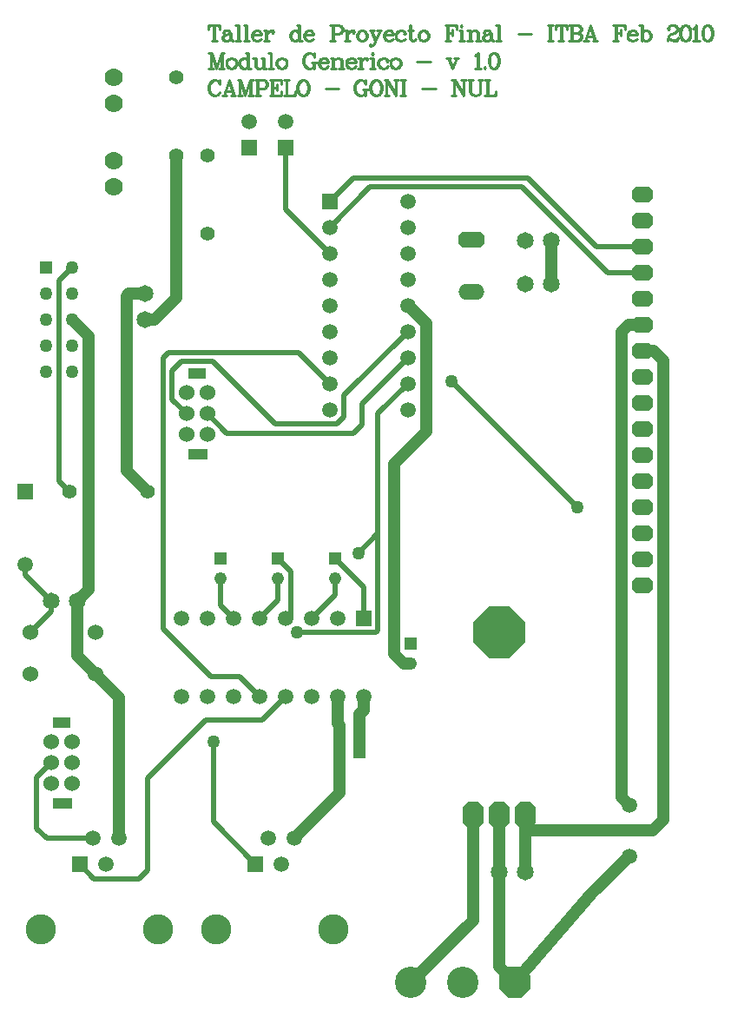
<source format=gtl>
%FSLAX23Y23*%
%MOIN*%
G70*
G01*
G75*
G04 Layer_Physical_Order=1*
G04 Layer_Color=255*
%ADD10C,0.020*%
%ADD11C,0.047*%
%ADD12C,0.010*%
%ADD13C,0.120*%
%ADD14P,0.130X8X202.5*%
%ADD15C,0.070*%
%ADD16C,0.055*%
%ADD17C,0.060*%
G04:AMPARAMS|DCode=18|XSize=80mil|YSize=100mil|CornerRadius=0mil|HoleSize=0mil|Usage=FLASHONLY|Rotation=0.000|XOffset=0mil|YOffset=0mil|HoleType=Round|Shape=Octagon|*
%AMOCTAGOND18*
4,1,8,-0.020,0.050,0.020,0.050,0.040,0.030,0.040,-0.030,0.020,-0.050,-0.020,-0.050,-0.040,-0.030,-0.040,0.030,-0.020,0.050,0.0*
%
%ADD18OCTAGOND18*%

%ADD19P,0.213X8X22.5*%
%ADD20R,0.059X0.059*%
%ADD21C,0.059*%
%ADD22R,0.059X0.059*%
%ADD23C,0.059*%
%ADD24C,0.116*%
%ADD25R,0.059X0.059*%
%ADD26C,0.065*%
%ADD27C,0.049*%
%ADD28R,0.049X0.049*%
%ADD29R,0.049X0.049*%
%ADD30C,0.050*%
%ADD31R,0.050X0.050*%
G04:AMPARAMS|DCode=32|XSize=80mil|YSize=60mil|CornerRadius=0mil|HoleSize=0mil|Usage=FLASHONLY|Rotation=0.000|XOffset=0mil|YOffset=0mil|HoleType=Round|Shape=Octagon|*
%AMOCTAGOND32*
4,1,8,0.040,-0.015,0.040,0.015,0.025,0.030,-0.025,0.030,-0.040,0.015,-0.040,-0.015,-0.025,-0.030,0.025,-0.030,0.040,-0.015,0.0*
%
%ADD32OCTAGOND32*%

%ADD33O,0.100X0.060*%
G04:AMPARAMS|DCode=34|XSize=100mil|YSize=60mil|CornerRadius=0mil|HoleSize=0mil|Usage=FLASHONLY|Rotation=0.000|XOffset=0mil|YOffset=0mil|HoleType=Round|Shape=Octagon|*
%AMOCTAGOND34*
4,1,8,0.050,-0.015,0.050,0.015,0.035,0.030,-0.035,0.030,-0.050,0.015,-0.050,-0.015,-0.035,-0.030,0.035,-0.030,0.050,-0.015,0.0*
%
%ADD34OCTAGOND34*%

%ADD35R,0.070X0.040*%
%ADD36R,0.075X0.040*%
D10*
X2495Y3020D02*
Y3480D01*
Y2648D02*
Y3020D01*
X2420Y2945D02*
X2495Y3020D01*
X2160Y2695D02*
Y2874D01*
X2495Y3480D02*
X2610Y3595D01*
X2495Y3020D02*
Y3480D01*
X2487Y2640D02*
X2495Y2648D01*
X2185Y2640D02*
X2487D01*
X2776Y3604D02*
X3260Y3120D01*
X1965Y2470D02*
X2040Y2395D01*
X1855Y2470D02*
X1965D01*
X1670Y2655D02*
X1855Y2470D01*
X1670Y2655D02*
Y3695D01*
X1690Y3715D01*
X2190D01*
X2310Y3595D01*
X1890Y2745D02*
Y2846D01*
Y2745D02*
X1940Y2695D01*
X2110Y2765D02*
Y2846D01*
X2040Y2695D02*
X2110Y2765D01*
X1240Y2720D02*
Y2760D01*
X1160Y2640D02*
X1240Y2720D01*
X1705Y3535D02*
X1760Y3480D01*
X1705Y3535D02*
Y3645D01*
X1740Y3680D01*
X1860D01*
X2100Y3440D01*
X2336D01*
X2365Y3469D01*
Y3550D01*
X2610Y3795D01*
X2433Y3518D02*
X2610Y3695D01*
X2433Y3439D02*
Y3518D01*
X2400Y3405D02*
X2433Y3439D01*
X1915Y3405D02*
X2400D01*
X1840Y3480D02*
X1915Y3405D01*
X3378Y4020D02*
X3510D01*
X3048Y4350D02*
X3378Y4020D01*
X2465Y4350D02*
X3048D01*
X2310Y4195D02*
X2465Y4350D01*
X2310Y4295D02*
X2400Y4385D01*
X3070D01*
X3335Y4120D01*
X3510D01*
X2050Y2305D02*
X2140Y2395D01*
X1833Y2305D02*
X2050D01*
X1609Y2081D02*
X1833Y2305D01*
X1609Y1728D02*
Y2081D01*
X1576Y1695D02*
X1609Y1728D01*
X1405Y1695D02*
X1576D01*
X1350Y1750D02*
X1405Y1695D01*
X1862Y1915D02*
X2025Y1752D01*
X1862Y1915D02*
Y2220D01*
X2240Y2695D02*
X2330Y2785D01*
Y2846D01*
X1223Y1850D02*
X1400D01*
X1185Y1888D02*
X1223Y1850D01*
X1185Y1888D02*
Y2085D01*
X1240Y2140D01*
X2330Y2924D02*
X2440Y2814D01*
Y2695D02*
Y2814D01*
X2140Y4265D02*
Y4500D01*
Y4265D02*
X2310Y4095D01*
X2140Y2695D02*
X2160D01*
X2110Y2924D02*
X2160Y2874D01*
X1140Y2860D02*
Y2900D01*
Y2860D02*
X1240Y2760D01*
X1270Y3220D02*
X1310Y3180D01*
X1270Y3220D02*
Y3990D01*
X1320Y4040D01*
D11*
X3060Y1881D02*
X3550D01*
X3060D02*
Y1940D01*
Y1830D02*
Y1881D01*
X3160Y4017D02*
Y4145D01*
X3160Y3977D02*
X3160Y4017D01*
X1720Y3923D02*
Y4470D01*
X1637Y3840D02*
X1720Y3923D01*
X1600Y3840D02*
X1637D01*
X3318Y1640D02*
X3460Y1782D01*
X3020Y1296D02*
X3318Y1640D01*
X2960Y1356D02*
Y1720D01*
Y1356D02*
X3020Y1296D01*
X1320Y3840D02*
X1384Y3776D01*
Y2804D02*
Y3776D01*
X1340Y2760D02*
X1384Y2804D01*
X1340Y2550D02*
X1410Y2480D01*
X1340Y2550D02*
Y2760D01*
X1500Y1850D02*
Y2390D01*
X1410Y2480D02*
X1500Y2390D01*
X3456Y3820D02*
X3510D01*
X3431Y3795D02*
X3456Y3820D01*
X3431Y2007D02*
Y3795D01*
Y2007D02*
X3460Y1978D01*
X2424Y2180D02*
Y2326D01*
X2440Y2341D01*
Y2395D01*
X3060Y1881D02*
Y1940D01*
X3550Y1881D02*
X3589Y1920D01*
Y3683D01*
X3552Y3720D02*
X3589Y3683D01*
X3510Y3720D02*
X3552D01*
X2175Y1852D02*
X2346Y2023D01*
Y2180D01*
X2860Y1535D02*
Y1940D01*
X2621Y1296D02*
X2860Y1535D01*
X1529Y3261D02*
X1610Y3180D01*
X1529Y3261D02*
Y3931D01*
X1538Y3940D01*
X1600D01*
X2610Y3895D02*
X2679Y3826D01*
Y3412D02*
Y3826D01*
X2556Y3289D02*
X2679Y3412D01*
X2556Y2557D02*
Y3289D01*
Y2557D02*
X2592Y2521D01*
X2620D01*
X2960Y1830D02*
Y1940D01*
X2960Y1830D02*
X2960Y1830D01*
X2960Y1720D02*
Y1830D01*
X2340Y2290D02*
Y2395D01*
Y2290D02*
X2346Y2284D01*
Y2180D02*
Y2284D01*
X3060Y1830D02*
X3060Y1830D01*
X3060Y1720D02*
Y1830D01*
D12*
X1865Y4970D02*
Y4910D01*
X1868Y4970D02*
Y4910D01*
X1848Y4970D02*
X1845Y4953D01*
Y4970D01*
X1888D01*
Y4953D01*
X1885Y4970D01*
X1856Y4910D02*
X1876D01*
X1902Y4944D02*
Y4941D01*
X1899D01*
Y4944D01*
X1902Y4947D01*
X1908Y4950D01*
X1919D01*
X1925Y4947D01*
X1928Y4944D01*
X1931Y4939D01*
Y4919D01*
X1934Y4913D01*
X1936Y4910D01*
X1928Y4944D02*
Y4919D01*
X1931Y4913D01*
X1936Y4910D01*
X1939D01*
X1928Y4939D02*
X1925Y4936D01*
X1908Y4933D01*
X1899Y4930D01*
X1896Y4924D01*
Y4919D01*
X1899Y4913D01*
X1908Y4910D01*
X1916D01*
X1922Y4913D01*
X1928Y4919D01*
X1908Y4933D02*
X1902Y4930D01*
X1899Y4924D01*
Y4919D01*
X1902Y4913D01*
X1908Y4910D01*
X1956Y4970D02*
Y4910D01*
X1959Y4970D02*
Y4910D01*
X1948Y4970D02*
X1959D01*
X1948Y4910D02*
X1968D01*
X1987Y4970D02*
Y4910D01*
X1990Y4970D02*
Y4910D01*
X1979Y4970D02*
X1990D01*
X1979Y4910D02*
X1999D01*
X2012Y4933D02*
X2047D01*
Y4939D01*
X2044Y4944D01*
X2041Y4947D01*
X2035Y4950D01*
X2027D01*
X2018Y4947D01*
X2012Y4941D01*
X2010Y4933D01*
Y4927D01*
X2012Y4919D01*
X2018Y4913D01*
X2027Y4910D01*
X2032D01*
X2041Y4913D01*
X2047Y4919D01*
X2044Y4933D02*
Y4941D01*
X2041Y4947D01*
X2027Y4950D02*
X2021Y4947D01*
X2015Y4941D01*
X2012Y4933D01*
Y4927D01*
X2015Y4919D01*
X2021Y4913D01*
X2027Y4910D01*
X2064Y4950D02*
Y4910D01*
X2067Y4950D02*
Y4910D01*
Y4933D02*
X2070Y4941D01*
X2076Y4947D01*
X2082Y4950D01*
X2090D01*
X2093Y4947D01*
Y4944D01*
X2090Y4941D01*
X2087Y4944D01*
X2090Y4947D01*
X2056Y4950D02*
X2067D01*
X2056Y4910D02*
X2076D01*
X2190Y4970D02*
Y4910D01*
X2193Y4970D02*
Y4910D01*
X2190Y4941D02*
X2185Y4947D01*
X2179Y4950D01*
X2173D01*
X2165Y4947D01*
X2159Y4941D01*
X2156Y4933D01*
Y4927D01*
X2159Y4919D01*
X2165Y4913D01*
X2173Y4910D01*
X2179D01*
X2185Y4913D01*
X2190Y4919D01*
X2173Y4950D02*
X2168Y4947D01*
X2162Y4941D01*
X2159Y4933D01*
Y4927D01*
X2162Y4919D01*
X2168Y4913D01*
X2173Y4910D01*
X2182Y4970D02*
X2193D01*
X2190Y4910D02*
X2202D01*
X2213Y4933D02*
X2247D01*
Y4939D01*
X2244Y4944D01*
X2241Y4947D01*
X2236Y4950D01*
X2227D01*
X2219Y4947D01*
X2213Y4941D01*
X2210Y4933D01*
Y4927D01*
X2213Y4919D01*
X2219Y4913D01*
X2227Y4910D01*
X2233D01*
X2241Y4913D01*
X2247Y4919D01*
X2244Y4933D02*
Y4941D01*
X2241Y4947D01*
X2227Y4950D02*
X2221Y4947D01*
X2216Y4941D01*
X2213Y4933D01*
Y4927D01*
X2216Y4919D01*
X2221Y4913D01*
X2227Y4910D01*
X2319Y4970D02*
Y4910D01*
X2322Y4970D02*
Y4910D01*
X2310Y4970D02*
X2345D01*
X2353Y4967D01*
X2356Y4964D01*
X2359Y4959D01*
Y4950D01*
X2356Y4944D01*
X2353Y4941D01*
X2345Y4939D01*
X2322D01*
X2345Y4970D02*
X2350Y4967D01*
X2353Y4964D01*
X2356Y4959D01*
Y4950D01*
X2353Y4944D01*
X2350Y4941D01*
X2345Y4939D01*
X2310Y4910D02*
X2330D01*
X2375Y4950D02*
Y4910D01*
X2378Y4950D02*
Y4910D01*
Y4933D02*
X2381Y4941D01*
X2387Y4947D01*
X2393Y4950D01*
X2401D01*
X2404Y4947D01*
Y4944D01*
X2401Y4941D01*
X2398Y4944D01*
X2401Y4947D01*
X2367Y4950D02*
X2378D01*
X2367Y4910D02*
X2387D01*
X2430Y4950D02*
X2422Y4947D01*
X2416Y4941D01*
X2413Y4933D01*
Y4927D01*
X2416Y4919D01*
X2422Y4913D01*
X2430Y4910D01*
X2436D01*
X2445Y4913D01*
X2450Y4919D01*
X2453Y4927D01*
Y4933D01*
X2450Y4941D01*
X2445Y4947D01*
X2436Y4950D01*
X2430D01*
X2425Y4947D01*
X2419Y4941D01*
X2416Y4933D01*
Y4927D01*
X2419Y4919D01*
X2425Y4913D01*
X2430Y4910D01*
X2436D02*
X2442Y4913D01*
X2447Y4919D01*
X2450Y4927D01*
Y4933D01*
X2447Y4941D01*
X2442Y4947D01*
X2436Y4950D01*
X2468D02*
X2485Y4910D01*
X2471Y4950D02*
X2485Y4916D01*
X2502Y4950D02*
X2485Y4910D01*
X2479Y4899D01*
X2473Y4893D01*
X2468Y4890D01*
X2465D01*
X2462Y4893D01*
X2465Y4896D01*
X2468Y4893D01*
X2462Y4950D02*
X2479D01*
X2491D02*
X2508D01*
X2519Y4933D02*
X2553D01*
Y4939D01*
X2550Y4944D01*
X2547Y4947D01*
X2542Y4950D01*
X2533D01*
X2525Y4947D01*
X2519Y4941D01*
X2516Y4933D01*
Y4927D01*
X2519Y4919D01*
X2525Y4913D01*
X2533Y4910D01*
X2539D01*
X2547Y4913D01*
X2553Y4919D01*
X2550Y4933D02*
Y4941D01*
X2547Y4947D01*
X2533Y4950D02*
X2527Y4947D01*
X2522Y4941D01*
X2519Y4933D01*
Y4927D01*
X2522Y4919D01*
X2527Y4913D01*
X2533Y4910D01*
X2597Y4941D02*
X2594Y4939D01*
X2597Y4936D01*
X2599Y4939D01*
Y4941D01*
X2594Y4947D01*
X2588Y4950D01*
X2579D01*
X2571Y4947D01*
X2565Y4941D01*
X2562Y4933D01*
Y4927D01*
X2565Y4919D01*
X2571Y4913D01*
X2579Y4910D01*
X2585D01*
X2594Y4913D01*
X2599Y4919D01*
X2579Y4950D02*
X2574Y4947D01*
X2568Y4941D01*
X2565Y4933D01*
Y4927D01*
X2568Y4919D01*
X2574Y4913D01*
X2579Y4910D01*
X2626D02*
X2623Y4913D01*
X2620Y4921D01*
Y4970D01*
X2617D01*
Y4921D01*
X2620Y4913D01*
X2626Y4910D01*
X2631D01*
X2637Y4913D01*
X2640Y4919D01*
X2609Y4950D02*
X2631D01*
X2667D02*
X2658Y4947D01*
X2653Y4941D01*
X2650Y4933D01*
Y4927D01*
X2653Y4919D01*
X2658Y4913D01*
X2667Y4910D01*
X2673D01*
X2681Y4913D01*
X2687Y4919D01*
X2690Y4927D01*
Y4933D01*
X2687Y4941D01*
X2681Y4947D01*
X2673Y4950D01*
X2667D01*
X2661Y4947D01*
X2655Y4941D01*
X2653Y4933D01*
Y4927D01*
X2655Y4919D01*
X2661Y4913D01*
X2667Y4910D01*
X2673D02*
X2678Y4913D01*
X2684Y4919D01*
X2687Y4927D01*
Y4933D01*
X2684Y4941D01*
X2678Y4947D01*
X2673Y4950D01*
X2761Y4970D02*
Y4910D01*
X2764Y4970D02*
Y4910D01*
X2781Y4953D02*
Y4930D01*
X2753Y4970D02*
X2798D01*
Y4953D01*
X2795Y4970D01*
X2764Y4941D02*
X2781D01*
X2753Y4910D02*
X2773D01*
X2815Y4970D02*
X2812Y4967D01*
X2815Y4964D01*
X2818Y4967D01*
X2815Y4970D01*
Y4950D02*
Y4910D01*
X2818Y4950D02*
Y4910D01*
X2807Y4950D02*
X2818D01*
X2807Y4910D02*
X2827D01*
X2846Y4950D02*
Y4910D01*
X2849Y4950D02*
Y4910D01*
Y4941D02*
X2854Y4947D01*
X2863Y4950D01*
X2869D01*
X2877Y4947D01*
X2880Y4941D01*
Y4910D01*
X2869Y4950D02*
X2874Y4947D01*
X2877Y4941D01*
Y4910D01*
X2837Y4950D02*
X2849D01*
X2837Y4910D02*
X2857D01*
X2869D02*
X2889D01*
X2902Y4944D02*
Y4941D01*
X2899D01*
Y4944D01*
X2902Y4947D01*
X2908Y4950D01*
X2919D01*
X2925Y4947D01*
X2928Y4944D01*
X2931Y4939D01*
Y4919D01*
X2934Y4913D01*
X2936Y4910D01*
X2928Y4944D02*
Y4919D01*
X2931Y4913D01*
X2936Y4910D01*
X2939D01*
X2928Y4939D02*
X2925Y4936D01*
X2908Y4933D01*
X2899Y4930D01*
X2896Y4924D01*
Y4919D01*
X2899Y4913D01*
X2908Y4910D01*
X2916D01*
X2922Y4913D01*
X2928Y4919D01*
X2908Y4933D02*
X2902Y4930D01*
X2899Y4924D01*
Y4919D01*
X2902Y4913D01*
X2908Y4910D01*
X2956Y4970D02*
Y4910D01*
X2959Y4970D02*
Y4910D01*
X2948Y4970D02*
X2959D01*
X2948Y4910D02*
X2968D01*
X3033Y4936D02*
X3084D01*
X3154Y4970D02*
Y4910D01*
X3157Y4970D02*
Y4910D01*
X3146Y4970D02*
X3166D01*
X3146Y4910D02*
X3166D01*
X3197Y4970D02*
Y4910D01*
X3200Y4970D02*
Y4910D01*
X3180Y4970D02*
X3177Y4953D01*
Y4970D01*
X3220D01*
Y4953D01*
X3217Y4970D01*
X3188Y4910D02*
X3208D01*
X3237Y4970D02*
Y4910D01*
X3240Y4970D02*
Y4910D01*
X3228Y4970D02*
X3262D01*
X3271Y4967D01*
X3274Y4964D01*
X3277Y4959D01*
Y4953D01*
X3274Y4947D01*
X3271Y4944D01*
X3262Y4941D01*
Y4970D02*
X3268Y4967D01*
X3271Y4964D01*
X3274Y4959D01*
Y4953D01*
X3271Y4947D01*
X3268Y4944D01*
X3262Y4941D01*
X3240D02*
X3262D01*
X3271Y4939D01*
X3274Y4936D01*
X3277Y4930D01*
Y4921D01*
X3274Y4916D01*
X3271Y4913D01*
X3262Y4910D01*
X3228D01*
X3262Y4941D02*
X3268Y4939D01*
X3271Y4936D01*
X3274Y4930D01*
Y4921D01*
X3271Y4916D01*
X3268Y4913D01*
X3262Y4910D01*
X3310Y4970D02*
X3290Y4910D01*
X3310Y4970D02*
X3330Y4910D01*
X3310Y4961D02*
X3328Y4910D01*
X3296Y4927D02*
X3322D01*
X3285Y4910D02*
X3302D01*
X3319D02*
X3336D01*
X3406Y4970D02*
Y4910D01*
X3409Y4970D02*
Y4910D01*
X3426Y4953D02*
Y4930D01*
X3398Y4970D02*
X3444D01*
Y4953D01*
X3441Y4970D01*
X3409Y4941D02*
X3426D01*
X3398Y4910D02*
X3418D01*
X3455Y4933D02*
X3489D01*
Y4939D01*
X3486Y4944D01*
X3483Y4947D01*
X3478Y4950D01*
X3469D01*
X3460Y4947D01*
X3455Y4941D01*
X3452Y4933D01*
Y4927D01*
X3455Y4919D01*
X3460Y4913D01*
X3469Y4910D01*
X3475D01*
X3483Y4913D01*
X3489Y4919D01*
X3486Y4933D02*
Y4941D01*
X3483Y4947D01*
X3469Y4950D02*
X3463Y4947D01*
X3458Y4941D01*
X3455Y4933D01*
Y4927D01*
X3458Y4919D01*
X3463Y4913D01*
X3469Y4910D01*
X3507Y4970D02*
Y4910D01*
X3510Y4970D02*
Y4910D01*
Y4941D02*
X3515Y4947D01*
X3521Y4950D01*
X3527D01*
X3535Y4947D01*
X3541Y4941D01*
X3544Y4933D01*
Y4927D01*
X3541Y4919D01*
X3535Y4913D01*
X3527Y4910D01*
X3521D01*
X3515Y4913D01*
X3510Y4919D01*
X3527Y4950D02*
X3532Y4947D01*
X3538Y4941D01*
X3541Y4933D01*
Y4927D01*
X3538Y4919D01*
X3532Y4913D01*
X3527Y4910D01*
X3498Y4970D02*
X3510D01*
X3609Y4959D02*
X3612Y4956D01*
X3609Y4953D01*
X3606Y4956D01*
Y4959D01*
X3609Y4964D01*
X3612Y4967D01*
X3620Y4970D01*
X3632D01*
X3640Y4967D01*
X3643Y4964D01*
X3646Y4959D01*
Y4953D01*
X3643Y4947D01*
X3635Y4941D01*
X3620Y4936D01*
X3615Y4933D01*
X3609Y4927D01*
X3606Y4919D01*
Y4910D01*
X3632Y4970D02*
X3637Y4967D01*
X3640Y4964D01*
X3643Y4959D01*
Y4953D01*
X3640Y4947D01*
X3632Y4941D01*
X3620Y4936D01*
X3606Y4916D02*
X3609Y4919D01*
X3615D01*
X3629Y4913D01*
X3637D01*
X3643Y4916D01*
X3646Y4919D01*
Y4924D01*
X3615Y4919D02*
X3629Y4910D01*
X3640D01*
X3643Y4913D01*
X3646Y4919D01*
X3672Y4970D02*
X3663Y4967D01*
X3658Y4959D01*
X3655Y4944D01*
Y4936D01*
X3658Y4921D01*
X3663Y4913D01*
X3672Y4910D01*
X3678D01*
X3686Y4913D01*
X3692Y4921D01*
X3695Y4936D01*
Y4944D01*
X3692Y4959D01*
X3686Y4967D01*
X3678Y4970D01*
X3672D01*
X3666Y4967D01*
X3663Y4964D01*
X3661Y4959D01*
X3658Y4944D01*
Y4936D01*
X3661Y4921D01*
X3663Y4916D01*
X3666Y4913D01*
X3672Y4910D01*
X3678D02*
X3683Y4913D01*
X3686Y4916D01*
X3689Y4921D01*
X3692Y4936D01*
Y4944D01*
X3689Y4959D01*
X3686Y4964D01*
X3683Y4967D01*
X3678Y4970D01*
X3704Y4959D02*
X3709Y4961D01*
X3718Y4970D01*
Y4910D01*
X3715Y4967D02*
Y4910D01*
X3704D02*
X3729D01*
X3757Y4970D02*
X3748Y4967D01*
X3743Y4959D01*
X3740Y4944D01*
Y4936D01*
X3743Y4921D01*
X3748Y4913D01*
X3757Y4910D01*
X3763D01*
X3771Y4913D01*
X3777Y4921D01*
X3780Y4936D01*
Y4944D01*
X3777Y4959D01*
X3771Y4967D01*
X3763Y4970D01*
X3757D01*
X3751Y4967D01*
X3748Y4964D01*
X3745Y4959D01*
X3743Y4944D01*
Y4936D01*
X3745Y4921D01*
X3748Y4916D01*
X3751Y4913D01*
X3757Y4910D01*
X3763D02*
X3768Y4913D01*
X3771Y4916D01*
X3774Y4921D01*
X3777Y4936D01*
Y4944D01*
X3774Y4959D01*
X3771Y4964D01*
X3768Y4967D01*
X3763Y4970D01*
X1854Y4865D02*
Y4805D01*
X1856Y4865D02*
X1874Y4814D01*
X1854Y4865D02*
X1874Y4805D01*
X1894Y4865D02*
X1874Y4805D01*
X1894Y4865D02*
Y4805D01*
X1896Y4865D02*
Y4805D01*
X1845Y4865D02*
X1856D01*
X1894D02*
X1905D01*
X1845Y4805D02*
X1862D01*
X1885D02*
X1905D01*
X1929Y4845D02*
X1920Y4842D01*
X1915Y4836D01*
X1912Y4828D01*
Y4822D01*
X1915Y4814D01*
X1920Y4808D01*
X1929Y4805D01*
X1935D01*
X1943Y4808D01*
X1949Y4814D01*
X1952Y4822D01*
Y4828D01*
X1949Y4836D01*
X1943Y4842D01*
X1935Y4845D01*
X1929D01*
X1923Y4842D01*
X1918Y4836D01*
X1915Y4828D01*
Y4822D01*
X1918Y4814D01*
X1923Y4808D01*
X1929Y4805D01*
X1935D02*
X1940Y4808D01*
X1946Y4814D01*
X1949Y4822D01*
Y4828D01*
X1946Y4836D01*
X1940Y4842D01*
X1935Y4845D01*
X1995Y4865D02*
Y4805D01*
X1998Y4865D02*
Y4805D01*
X1995Y4836D02*
X1989Y4842D01*
X1984Y4845D01*
X1978D01*
X1969Y4842D01*
X1964Y4836D01*
X1961Y4828D01*
Y4822D01*
X1964Y4814D01*
X1969Y4808D01*
X1978Y4805D01*
X1984D01*
X1989Y4808D01*
X1995Y4814D01*
X1978Y4845D02*
X1972Y4842D01*
X1966Y4836D01*
X1964Y4828D01*
Y4822D01*
X1966Y4814D01*
X1972Y4808D01*
X1978Y4805D01*
X1986Y4865D02*
X1998D01*
X1995Y4805D02*
X2006D01*
X2023Y4845D02*
Y4814D01*
X2026Y4808D01*
X2035Y4805D01*
X2040D01*
X2049Y4808D01*
X2055Y4814D01*
X2026Y4845D02*
Y4814D01*
X2029Y4808D01*
X2035Y4805D01*
X2055Y4845D02*
Y4805D01*
X2058Y4845D02*
Y4805D01*
X2015Y4845D02*
X2026D01*
X2046D02*
X2058D01*
X2055Y4805D02*
X2066D01*
X2082Y4865D02*
Y4805D01*
X2085Y4865D02*
Y4805D01*
X2074Y4865D02*
X2085D01*
X2074Y4805D02*
X2094D01*
X2122Y4845D02*
X2113Y4842D01*
X2108Y4836D01*
X2105Y4828D01*
Y4822D01*
X2108Y4814D01*
X2113Y4808D01*
X2122Y4805D01*
X2128D01*
X2136Y4808D01*
X2142Y4814D01*
X2145Y4822D01*
Y4828D01*
X2142Y4836D01*
X2136Y4842D01*
X2128Y4845D01*
X2122D01*
X2116Y4842D01*
X2110Y4836D01*
X2108Y4828D01*
Y4822D01*
X2110Y4814D01*
X2116Y4808D01*
X2122Y4805D01*
X2128D02*
X2133Y4808D01*
X2139Y4814D01*
X2142Y4822D01*
Y4828D01*
X2139Y4836D01*
X2133Y4842D01*
X2128Y4845D01*
X2247Y4856D02*
X2250Y4848D01*
Y4865D01*
X2247Y4856D01*
X2242Y4862D01*
X2233Y4865D01*
X2227D01*
X2219Y4862D01*
X2213Y4856D01*
X2210Y4851D01*
X2207Y4842D01*
Y4828D01*
X2210Y4819D01*
X2213Y4814D01*
X2219Y4808D01*
X2227Y4805D01*
X2233D01*
X2242Y4808D01*
X2247Y4814D01*
X2227Y4865D02*
X2222Y4862D01*
X2216Y4856D01*
X2213Y4851D01*
X2210Y4842D01*
Y4828D01*
X2213Y4819D01*
X2216Y4814D01*
X2222Y4808D01*
X2227Y4805D01*
X2247Y4828D02*
Y4805D01*
X2250Y4828D02*
Y4805D01*
X2239Y4828D02*
X2259D01*
X2269D02*
X2304D01*
Y4834D01*
X2301Y4839D01*
X2298Y4842D01*
X2292Y4845D01*
X2284D01*
X2275Y4842D01*
X2269Y4836D01*
X2267Y4828D01*
Y4822D01*
X2269Y4814D01*
X2275Y4808D01*
X2284Y4805D01*
X2289D01*
X2298Y4808D01*
X2304Y4814D01*
X2301Y4828D02*
Y4836D01*
X2298Y4842D01*
X2284Y4845D02*
X2278Y4842D01*
X2272Y4836D01*
X2269Y4828D01*
Y4822D01*
X2272Y4814D01*
X2278Y4808D01*
X2284Y4805D01*
X2321Y4845D02*
Y4805D01*
X2324Y4845D02*
Y4805D01*
Y4836D02*
X2330Y4842D01*
X2339Y4845D01*
X2344D01*
X2353Y4842D01*
X2356Y4836D01*
Y4805D01*
X2344Y4845D02*
X2350Y4842D01*
X2353Y4836D01*
Y4805D01*
X2313Y4845D02*
X2324D01*
X2313Y4805D02*
X2333D01*
X2344D02*
X2364D01*
X2375Y4828D02*
X2409D01*
Y4834D01*
X2406Y4839D01*
X2403Y4842D01*
X2398Y4845D01*
X2389D01*
X2381Y4842D01*
X2375Y4836D01*
X2372Y4828D01*
Y4822D01*
X2375Y4814D01*
X2381Y4808D01*
X2389Y4805D01*
X2395D01*
X2403Y4808D01*
X2409Y4814D01*
X2406Y4828D02*
Y4836D01*
X2403Y4842D01*
X2389Y4845D02*
X2383Y4842D01*
X2378Y4836D01*
X2375Y4828D01*
Y4822D01*
X2378Y4814D01*
X2383Y4808D01*
X2389Y4805D01*
X2427Y4845D02*
Y4805D01*
X2430Y4845D02*
Y4805D01*
Y4828D02*
X2433Y4836D01*
X2438Y4842D01*
X2444Y4845D01*
X2453D01*
X2455Y4842D01*
Y4839D01*
X2453Y4836D01*
X2450Y4839D01*
X2453Y4842D01*
X2418Y4845D02*
X2430D01*
X2418Y4805D02*
X2438D01*
X2473Y4865D02*
X2470Y4862D01*
X2473Y4859D01*
X2476Y4862D01*
X2473Y4865D01*
Y4845D02*
Y4805D01*
X2476Y4845D02*
Y4805D01*
X2465Y4845D02*
X2476D01*
X2465Y4805D02*
X2485D01*
X2530Y4836D02*
X2527Y4834D01*
X2530Y4831D01*
X2533Y4834D01*
Y4836D01*
X2527Y4842D01*
X2521Y4845D01*
X2513D01*
X2504Y4842D01*
X2498Y4836D01*
X2495Y4828D01*
Y4822D01*
X2498Y4814D01*
X2504Y4808D01*
X2513Y4805D01*
X2518D01*
X2527Y4808D01*
X2533Y4814D01*
X2513Y4845D02*
X2507Y4842D01*
X2501Y4836D01*
X2498Y4828D01*
Y4822D01*
X2501Y4814D01*
X2507Y4808D01*
X2513Y4805D01*
X2559Y4845D02*
X2550Y4842D01*
X2545Y4836D01*
X2542Y4828D01*
Y4822D01*
X2545Y4814D01*
X2550Y4808D01*
X2559Y4805D01*
X2565D01*
X2573Y4808D01*
X2579Y4814D01*
X2582Y4822D01*
Y4828D01*
X2579Y4836D01*
X2573Y4842D01*
X2565Y4845D01*
X2559D01*
X2553Y4842D01*
X2547Y4836D01*
X2545Y4828D01*
Y4822D01*
X2547Y4814D01*
X2553Y4808D01*
X2559Y4805D01*
X2565D02*
X2570Y4808D01*
X2576Y4814D01*
X2579Y4822D01*
Y4828D01*
X2576Y4836D01*
X2570Y4842D01*
X2565Y4845D01*
X2645Y4831D02*
X2696D01*
X2763Y4845D02*
X2781Y4805D01*
X2766Y4845D02*
X2781Y4811D01*
X2798Y4845D02*
X2781Y4805D01*
X2758Y4845D02*
X2775D01*
X2786D02*
X2803D01*
X2866Y4854D02*
X2871Y4856D01*
X2880Y4865D01*
Y4805D01*
X2877Y4862D02*
Y4805D01*
X2866D02*
X2891D01*
X2904Y4811D02*
X2902Y4808D01*
X2904Y4805D01*
X2907Y4808D01*
X2904Y4811D01*
X2937Y4865D02*
X2928Y4862D01*
X2922Y4854D01*
X2920Y4839D01*
Y4831D01*
X2922Y4816D01*
X2928Y4808D01*
X2937Y4805D01*
X2942D01*
X2951Y4808D01*
X2957Y4816D01*
X2960Y4831D01*
Y4839D01*
X2957Y4854D01*
X2951Y4862D01*
X2942Y4865D01*
X2937D01*
X2931Y4862D01*
X2928Y4859D01*
X2925Y4854D01*
X2922Y4839D01*
Y4831D01*
X2925Y4816D01*
X2928Y4811D01*
X2931Y4808D01*
X2937Y4805D01*
X2942D02*
X2948Y4808D01*
X2951Y4811D01*
X2954Y4816D01*
X2957Y4831D01*
Y4839D01*
X2954Y4854D01*
X2951Y4859D01*
X2948Y4862D01*
X2942Y4865D01*
X1885Y4751D02*
X1888Y4743D01*
Y4760D01*
X1885Y4751D01*
X1879Y4757D01*
X1871Y4760D01*
X1865D01*
X1856Y4757D01*
X1851Y4751D01*
X1848Y4746D01*
X1845Y4737D01*
Y4723D01*
X1848Y4714D01*
X1851Y4709D01*
X1856Y4703D01*
X1865Y4700D01*
X1871D01*
X1879Y4703D01*
X1885Y4709D01*
X1888Y4714D01*
X1865Y4760D02*
X1859Y4757D01*
X1854Y4751D01*
X1851Y4746D01*
X1848Y4737D01*
Y4723D01*
X1851Y4714D01*
X1854Y4709D01*
X1859Y4703D01*
X1865Y4700D01*
X1922Y4760D02*
X1902Y4700D01*
X1922Y4760D02*
X1942Y4700D01*
X1922Y4751D02*
X1939Y4700D01*
X1908Y4717D02*
X1934D01*
X1896Y4700D02*
X1914D01*
X1931D02*
X1948D01*
X1964Y4760D02*
Y4700D01*
X1967Y4760D02*
X1984Y4709D01*
X1964Y4760D02*
X1984Y4700D01*
X2004Y4760D02*
X1984Y4700D01*
X2004Y4760D02*
Y4700D01*
X2007Y4760D02*
Y4700D01*
X1956Y4760D02*
X1967D01*
X2004D02*
X2016D01*
X1956Y4700D02*
X1973D01*
X1996D02*
X2016D01*
X2031Y4760D02*
Y4700D01*
X2034Y4760D02*
Y4700D01*
X2022Y4760D02*
X2057D01*
X2065Y4757D01*
X2068Y4754D01*
X2071Y4749D01*
Y4740D01*
X2068Y4734D01*
X2065Y4731D01*
X2057Y4729D01*
X2034D01*
X2057Y4760D02*
X2062Y4757D01*
X2065Y4754D01*
X2068Y4749D01*
Y4740D01*
X2065Y4734D01*
X2062Y4731D01*
X2057Y4729D01*
X2022Y4700D02*
X2042D01*
X2088Y4760D02*
Y4700D01*
X2090Y4760D02*
Y4700D01*
X2108Y4743D02*
Y4720D01*
X2079Y4760D02*
X2125D01*
Y4743D01*
X2122Y4760D01*
X2090Y4731D02*
X2108D01*
X2079Y4700D02*
X2125D01*
Y4717D01*
X2122Y4700D01*
X2142Y4760D02*
Y4700D01*
X2144Y4760D02*
Y4700D01*
X2133Y4760D02*
X2153D01*
X2133Y4700D02*
X2176D01*
Y4717D01*
X2173Y4700D01*
X2204Y4760D02*
X2196Y4757D01*
X2190Y4751D01*
X2187Y4746D01*
X2184Y4734D01*
Y4726D01*
X2187Y4714D01*
X2190Y4709D01*
X2196Y4703D01*
X2204Y4700D01*
X2210D01*
X2219Y4703D01*
X2224Y4709D01*
X2227Y4714D01*
X2230Y4726D01*
Y4734D01*
X2227Y4746D01*
X2224Y4751D01*
X2219Y4757D01*
X2210Y4760D01*
X2204D01*
X2199Y4757D01*
X2193Y4751D01*
X2190Y4746D01*
X2187Y4734D01*
Y4726D01*
X2190Y4714D01*
X2193Y4709D01*
X2199Y4703D01*
X2204Y4700D01*
X2210D02*
X2216Y4703D01*
X2221Y4709D01*
X2224Y4714D01*
X2227Y4726D01*
Y4734D01*
X2224Y4746D01*
X2221Y4751D01*
X2216Y4757D01*
X2210Y4760D01*
X2292Y4726D02*
X2344D01*
X2445Y4751D02*
X2448Y4743D01*
Y4760D01*
X2445Y4751D01*
X2440Y4757D01*
X2431Y4760D01*
X2425D01*
X2417Y4757D01*
X2411Y4751D01*
X2408Y4746D01*
X2405Y4737D01*
Y4723D01*
X2408Y4714D01*
X2411Y4709D01*
X2417Y4703D01*
X2425Y4700D01*
X2431D01*
X2440Y4703D01*
X2445Y4709D01*
X2425Y4760D02*
X2420Y4757D01*
X2414Y4751D01*
X2411Y4746D01*
X2408Y4737D01*
Y4723D01*
X2411Y4714D01*
X2414Y4709D01*
X2420Y4703D01*
X2425Y4700D01*
X2445Y4723D02*
Y4700D01*
X2448Y4723D02*
Y4700D01*
X2437Y4723D02*
X2457D01*
X2485Y4760D02*
X2476Y4757D01*
X2470Y4751D01*
X2467Y4746D01*
X2465Y4734D01*
Y4726D01*
X2467Y4714D01*
X2470Y4709D01*
X2476Y4703D01*
X2485Y4700D01*
X2490D01*
X2499Y4703D01*
X2505Y4709D01*
X2507Y4714D01*
X2510Y4726D01*
Y4734D01*
X2507Y4746D01*
X2505Y4751D01*
X2499Y4757D01*
X2490Y4760D01*
X2485D01*
X2479Y4757D01*
X2473Y4751D01*
X2470Y4746D01*
X2467Y4734D01*
Y4726D01*
X2470Y4714D01*
X2473Y4709D01*
X2479Y4703D01*
X2485Y4700D01*
X2490D02*
X2496Y4703D01*
X2502Y4709D01*
X2505Y4714D01*
X2507Y4726D01*
Y4734D01*
X2505Y4746D01*
X2502Y4751D01*
X2496Y4757D01*
X2490Y4760D01*
X2527D02*
Y4700D01*
X2530Y4760D02*
X2564Y4706D01*
X2530Y4754D02*
X2564Y4700D01*
Y4760D02*
Y4700D01*
X2519Y4760D02*
X2530D01*
X2556D02*
X2573D01*
X2519Y4700D02*
X2536D01*
X2589Y4760D02*
Y4700D01*
X2592Y4760D02*
Y4700D01*
X2580Y4760D02*
X2600D01*
X2580Y4700D02*
X2600D01*
X2665Y4726D02*
X2717D01*
X2787Y4760D02*
Y4700D01*
X2790Y4760D02*
X2824Y4706D01*
X2790Y4754D02*
X2824Y4700D01*
Y4760D02*
Y4700D01*
X2778Y4760D02*
X2790D01*
X2815D02*
X2833D01*
X2778Y4700D02*
X2795D01*
X2848Y4760D02*
Y4717D01*
X2851Y4709D01*
X2857Y4703D01*
X2866Y4700D01*
X2871D01*
X2880Y4703D01*
X2886Y4709D01*
X2888Y4717D01*
Y4760D01*
X2851D02*
Y4717D01*
X2854Y4709D01*
X2860Y4703D01*
X2866Y4700D01*
X2840Y4760D02*
X2860D01*
X2880D02*
X2897D01*
X2913D02*
Y4700D01*
X2916Y4760D02*
Y4700D01*
X2904Y4760D02*
X2924D01*
X2904Y4700D02*
X2947D01*
Y4717D01*
X2944Y4700D01*
D13*
X2621Y1296D02*
D03*
X2820D02*
D03*
D14*
X3020D02*
D03*
D15*
X1480Y4770D02*
D03*
Y4670D02*
D03*
Y4450D02*
D03*
Y4350D02*
D03*
D16*
X1720Y4770D02*
D03*
Y4470D02*
D03*
X1310Y3180D02*
D03*
X1610D02*
D03*
X1840Y4170D02*
D03*
Y4470D02*
D03*
D17*
X1760Y3480D02*
D03*
X1840D02*
D03*
Y3400D02*
D03*
X1760D02*
D03*
X1840Y3560D02*
D03*
X1760D02*
D03*
X1240Y2140D02*
D03*
X1320D02*
D03*
Y2060D02*
D03*
X1240D02*
D03*
X1320Y2220D02*
D03*
X1240D02*
D03*
X1410Y2480D02*
D03*
X1160D02*
D03*
X1410Y2640D02*
D03*
X1160D02*
D03*
D18*
X2860Y1940D02*
D03*
X2960D02*
D03*
X3060D02*
D03*
D19*
X2960Y2640D02*
D03*
D20*
X2440Y2695D02*
D03*
X2000Y4500D02*
D03*
X2140D02*
D03*
X1140Y3180D02*
D03*
D21*
X2340Y2695D02*
D03*
X2240D02*
D03*
X2140D02*
D03*
X2040D02*
D03*
X1940D02*
D03*
X1840D02*
D03*
X1740D02*
D03*
X2440Y2395D02*
D03*
X2340D02*
D03*
X2240D02*
D03*
X2140D02*
D03*
X2040D02*
D03*
X1940D02*
D03*
X1840D02*
D03*
X1740D02*
D03*
X2310Y4195D02*
D03*
Y4095D02*
D03*
Y3995D02*
D03*
Y3895D02*
D03*
Y3795D02*
D03*
Y3695D02*
D03*
Y3595D02*
D03*
Y3495D02*
D03*
X2610Y4295D02*
D03*
Y4195D02*
D03*
Y4095D02*
D03*
Y3995D02*
D03*
Y3895D02*
D03*
Y3795D02*
D03*
Y3695D02*
D03*
Y3595D02*
D03*
Y3495D02*
D03*
X2000Y4600D02*
D03*
X2140D02*
D03*
X1140Y2900D02*
D03*
X3460Y1782D02*
D03*
Y1978D02*
D03*
D22*
X2310Y4295D02*
D03*
D23*
X2175Y1852D02*
D03*
X2075D02*
D03*
X2125Y1752D02*
D03*
X1500Y1850D02*
D03*
X1400D02*
D03*
X1450Y1750D02*
D03*
D24*
X1875Y1502D02*
D03*
X2325D02*
D03*
X1200Y1500D02*
D03*
X1650D02*
D03*
D25*
X2025Y1752D02*
D03*
X1350Y1750D02*
D03*
D26*
X2960Y1720D02*
D03*
X3060D02*
D03*
X3160Y3977D02*
D03*
X3060D02*
D03*
X3160Y4145D02*
D03*
X3060D02*
D03*
X1340Y2760D02*
D03*
X1240D02*
D03*
X1600Y3840D02*
D03*
Y3940D02*
D03*
D27*
X1890Y2846D02*
D03*
X2346Y2180D02*
D03*
X2110Y2846D02*
D03*
X2620Y2521D02*
D03*
X2330Y2846D02*
D03*
D28*
X1890Y2924D02*
D03*
X2110D02*
D03*
X2620Y2599D02*
D03*
X2330Y2924D02*
D03*
D29*
X2424Y2180D02*
D03*
D30*
X1320Y3640D02*
D03*
Y3740D02*
D03*
Y3840D02*
D03*
Y3940D02*
D03*
Y4040D02*
D03*
X1220Y3640D02*
D03*
Y3740D02*
D03*
Y3840D02*
D03*
Y3940D02*
D03*
X2420Y2945D02*
D03*
X2185Y2640D02*
D03*
X3260Y3120D02*
D03*
X2776Y3604D02*
D03*
X1862Y2220D02*
D03*
D31*
X1220Y4040D02*
D03*
D32*
X3510Y2820D02*
D03*
Y2920D02*
D03*
Y3020D02*
D03*
Y3120D02*
D03*
Y3220D02*
D03*
Y3320D02*
D03*
Y3420D02*
D03*
Y3520D02*
D03*
Y3620D02*
D03*
Y3720D02*
D03*
Y3820D02*
D03*
Y3920D02*
D03*
Y4020D02*
D03*
Y4120D02*
D03*
Y4220D02*
D03*
Y4320D02*
D03*
D33*
X2855Y3947D02*
D03*
D34*
Y4147D02*
D03*
D35*
X1800Y3635D02*
D03*
X1280Y2295D02*
D03*
D36*
X1803Y3325D02*
D03*
X1283Y1985D02*
D03*
M02*

</source>
